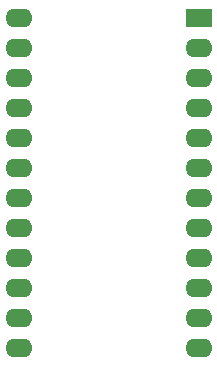
<source format=gbr>
G04 #@! TF.FileFunction,Copper,L2,Bot,Signal*
%FSLAX46Y46*%
G04 Gerber Fmt 4.6, Leading zero omitted, Abs format (unit mm)*
G04 Created by KiCad (PCBNEW (after 2015-may-25 BZR unknown)-product) date 6/28/2015 12:11:07 AM*
%MOMM*%
G01*
G04 APERTURE LIST*
%ADD10C,0.100000*%
%ADD11R,2.286000X1.574800*%
%ADD12O,2.286000X1.574800*%
G04 APERTURE END LIST*
D10*
D11*
X75184000Y-35306000D03*
D12*
X75184000Y-37846000D03*
X75184000Y-40386000D03*
X75184000Y-42926000D03*
X75184000Y-45466000D03*
X75184000Y-48006000D03*
X75184000Y-50546000D03*
X75184000Y-53086000D03*
X75184000Y-55626000D03*
X75184000Y-58166000D03*
X75184000Y-60706000D03*
X75184000Y-63246000D03*
X59944000Y-63246000D03*
X59944000Y-60706000D03*
X59944000Y-58166000D03*
X59944000Y-55626000D03*
X59944000Y-53086000D03*
X59944000Y-50546000D03*
X59944000Y-48006000D03*
X59944000Y-45466000D03*
X59944000Y-42926000D03*
X59944000Y-40386000D03*
X59944000Y-37846000D03*
X59944000Y-35306000D03*
M02*

</source>
